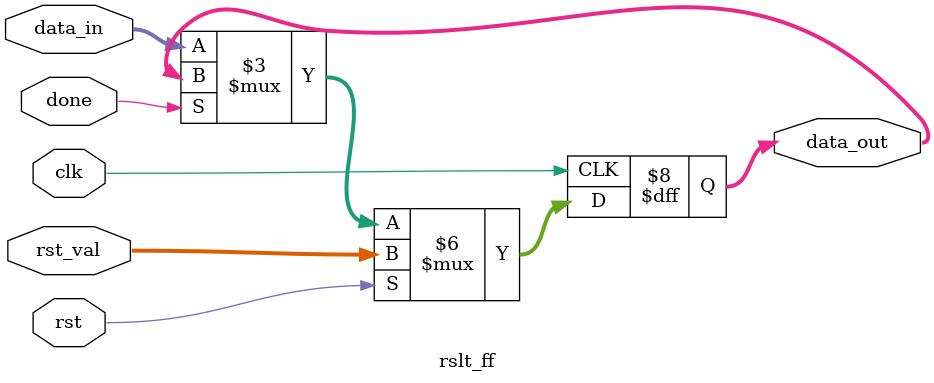
<source format=v>
module rslt_ff #(parameter width=6) (input clk,
input rst,
input [width-1 : 0]rst_val,
input [width-1 :0] data_in,
input done,
output reg [width-1 : 0] data_out);

always @(posedge clk) begin
	if(rst) begin
		data_out <= rst_val;
	end
	else begin
		if(done)begin
			data_out <= data_out;
		end
		else begin
			data_out <= data_in;
		end
	end
end

endmodule
</source>
